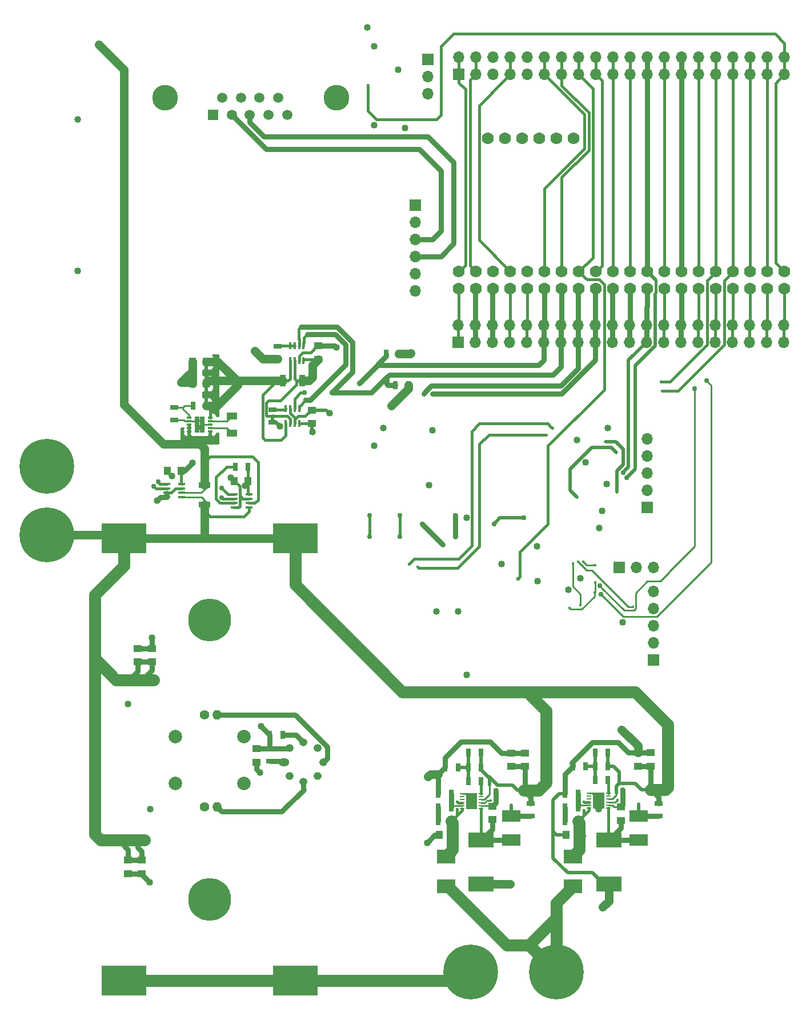
<source format=gbr>
G04 #@! TF.FileFunction,Copper,L4,Bot,Signal*
%FSLAX46Y46*%
G04 Gerber Fmt 4.6, Leading zero omitted, Abs format (unit mm)*
G04 Created by KiCad (PCBNEW 4.0.6) date 09/10/17 19:14:27*
%MOMM*%
%LPD*%
G01*
G04 APERTURE LIST*
%ADD10C,0.100000*%
%ADD11R,1.700000X1.700000*%
%ADD12O,1.700000X1.700000*%
%ADD13R,6.600000X4.500000*%
%ADD14C,6.350000*%
%ADD15R,1.000000X1.250000*%
%ADD16R,1.250000X1.000000*%
%ADD17R,2.743000X2.159000*%
%ADD18R,3.790000X2.250000*%
%ADD19R,0.800000X0.600000*%
%ADD20C,3.810000*%
%ADD21R,1.520000X1.520000*%
%ADD22C,1.520000*%
%ADD23C,8.100000*%
%ADD24R,2.794000X1.778000*%
%ADD25R,1.500000X1.000000*%
%ADD26C,1.778000*%
%ADD27R,0.700000X1.300000*%
%ADD28R,1.300000X0.700000*%
%ADD29R,0.900000X1.700000*%
%ADD30R,1.700000X0.900000*%
%ADD31C,1.998980*%
%ADD32R,1.060000X0.400000*%
%ADD33R,0.400000X1.060000*%
%ADD34C,1.400000*%
%ADD35O,1.400000X1.400000*%
%ADD36R,0.700000X0.250000*%
%ADD37R,0.830000X1.190000*%
%ADD38R,0.650000X0.300000*%
%ADD39R,0.775000X1.240000*%
%ADD40O,1.600000X1.200000*%
%ADD41O,1.200000X1.200000*%
%ADD42C,1.016000*%
%ADD43C,0.762000*%
%ADD44C,0.381000*%
%ADD45C,0.600000*%
%ADD46C,0.762000*%
%ADD47C,1.778000*%
%ADD48C,0.508000*%
%ADD49C,0.254000*%
%ADD50C,1.270000*%
%ADD51C,0.381000*%
G04 APERTURE END LIST*
D10*
D11*
X73660000Y-43180000D03*
D12*
X73660000Y-45720000D03*
X73660000Y-48260000D03*
X73660000Y-50800000D03*
X73660000Y-53340000D03*
X73660000Y-55880000D03*
D13*
X30480000Y-92583000D03*
X55880000Y-92583000D03*
X30480000Y-158115000D03*
X55880000Y-158115000D03*
D14*
X43180000Y-104648000D03*
X43180000Y-146050000D03*
D15*
X38989000Y-82556108D03*
X36989000Y-82556108D03*
D16*
X58381388Y-75541820D03*
X58381388Y-73541820D03*
D15*
X48895000Y-84080108D03*
X46895000Y-84080108D03*
D16*
X59270388Y-66032820D03*
X59270388Y-64032820D03*
D15*
X98012000Y-136525000D03*
X96012000Y-136525000D03*
D16*
X104140000Y-132334000D03*
X104140000Y-134334000D03*
D15*
X79216000Y-136525000D03*
X77216000Y-136525000D03*
D16*
X85090000Y-132239000D03*
X85090000Y-134239000D03*
X106680000Y-126333000D03*
X106680000Y-124333000D03*
X87884000Y-126365000D03*
X87884000Y-124365000D03*
X108585000Y-126333000D03*
X108585000Y-124333000D03*
X89916000Y-126365000D03*
X89916000Y-124365000D03*
D15*
X42664833Y-66404513D03*
X40664833Y-66404513D03*
X42696833Y-69579513D03*
X40696833Y-69579513D03*
D16*
X50165000Y-125698000D03*
X50165000Y-123698000D03*
X31089296Y-140208000D03*
X31089296Y-142208000D03*
X32512000Y-110871000D03*
X32512000Y-108871000D03*
X33121296Y-140208000D03*
X33121296Y-142208000D03*
X34653000Y-110844999D03*
X34653000Y-108844999D03*
D17*
X97028000Y-139700000D03*
X97028000Y-144120000D03*
D18*
X102362000Y-137287000D03*
X102362000Y-143787000D03*
D19*
X104394000Y-129794000D03*
X108594000Y-129794000D03*
D17*
X78232000Y-139700000D03*
X78232000Y-144120000D03*
D18*
X83439000Y-137287000D03*
X83439000Y-143787000D03*
D19*
X85598000Y-129921000D03*
X89798000Y-129921000D03*
D11*
X75565000Y-21590000D03*
D12*
X75565000Y-24130000D03*
X75565000Y-26670000D03*
D11*
X80166160Y-23806452D03*
D12*
X80166160Y-21266452D03*
X82706160Y-23806452D03*
X82706160Y-21266452D03*
X85246160Y-23806452D03*
X85246160Y-21266452D03*
X87786160Y-23806452D03*
X87786160Y-21266452D03*
X90326160Y-23806452D03*
X90326160Y-21266452D03*
X92866160Y-23806452D03*
X92866160Y-21266452D03*
X95406160Y-23806452D03*
X95406160Y-21266452D03*
X97946160Y-23806452D03*
X97946160Y-21266452D03*
X100486160Y-23806452D03*
X100486160Y-21266452D03*
X103026160Y-23806452D03*
X103026160Y-21266452D03*
X105566160Y-23806452D03*
X105566160Y-21266452D03*
X108106160Y-23806452D03*
X108106160Y-21266452D03*
X110646160Y-23806452D03*
X110646160Y-21266452D03*
X113186160Y-23806452D03*
X113186160Y-21266452D03*
X115726160Y-23806452D03*
X115726160Y-21266452D03*
X118266160Y-23806452D03*
X118266160Y-21266452D03*
X120806160Y-23806452D03*
X120806160Y-21266452D03*
X123346160Y-23806452D03*
X123346160Y-21266452D03*
X125886160Y-23806452D03*
X125886160Y-21266452D03*
X128426160Y-23806452D03*
X128426160Y-21266452D03*
D11*
X80010000Y-63500000D03*
D12*
X80010000Y-60960000D03*
X82550000Y-63500000D03*
X82550000Y-60960000D03*
X85090000Y-63500000D03*
X85090000Y-60960000D03*
X87630000Y-63500000D03*
X87630000Y-60960000D03*
X90170000Y-63500000D03*
X90170000Y-60960000D03*
X92710000Y-63500000D03*
X92710000Y-60960000D03*
X95250000Y-63500000D03*
X95250000Y-60960000D03*
X97790000Y-63500000D03*
X97790000Y-60960000D03*
X100330000Y-63500000D03*
X100330000Y-60960000D03*
X102870000Y-63500000D03*
X102870000Y-60960000D03*
X105410000Y-63500000D03*
X105410000Y-60960000D03*
X107950000Y-63500000D03*
X107950000Y-60960000D03*
X110490000Y-63500000D03*
X110490000Y-60960000D03*
X113030000Y-63500000D03*
X113030000Y-60960000D03*
X115570000Y-63500000D03*
X115570000Y-60960000D03*
X118110000Y-63500000D03*
X118110000Y-60960000D03*
X120650000Y-63500000D03*
X120650000Y-60960000D03*
X123190000Y-63500000D03*
X123190000Y-60960000D03*
X125730000Y-63500000D03*
X125730000Y-60960000D03*
X128270000Y-63500000D03*
X128270000Y-60960000D03*
D20*
X61980000Y-27305000D03*
X36580000Y-27305000D03*
D21*
X43690000Y-29845000D03*
D22*
X46480000Y-29845000D03*
X49150000Y-29845000D03*
X51950000Y-29845000D03*
X54740000Y-29845000D03*
X45090000Y-27305000D03*
X47880000Y-27305000D03*
X50550000Y-27305000D03*
X53340000Y-27305000D03*
D23*
X94615000Y-156845000D03*
X81915000Y-156845000D03*
D11*
X103886000Y-96901000D03*
D12*
X106426000Y-96901000D03*
X108966000Y-96901000D03*
D11*
X108966000Y-110617000D03*
D12*
X108966000Y-108077000D03*
X108966000Y-105537000D03*
X108966000Y-102997000D03*
X108966000Y-100457000D03*
D23*
X19050000Y-92075000D03*
X19050000Y-81915000D03*
D24*
X106807000Y-137287000D03*
X106807000Y-133731000D03*
X87884000Y-137287000D03*
X87884000Y-133731000D03*
D25*
X46506833Y-76945513D03*
X46506833Y-74445513D03*
D26*
X80166160Y-53016452D03*
X80166160Y-55556452D03*
X82706160Y-53016452D03*
X82706160Y-55556452D03*
X85246160Y-53016452D03*
X85246160Y-55556452D03*
X87786160Y-53016452D03*
X87786160Y-55556452D03*
X90326160Y-53016452D03*
X90326160Y-55556452D03*
X92866160Y-53016452D03*
X92866160Y-55556452D03*
X95406160Y-53016452D03*
X95406160Y-55556452D03*
X97946160Y-53016452D03*
X97946160Y-55556452D03*
X100486160Y-53016452D03*
X100486160Y-55556452D03*
X103026160Y-53016452D03*
X103026160Y-55556452D03*
X105566160Y-53016452D03*
X105566160Y-55556452D03*
X108106160Y-53016452D03*
X108106160Y-55556452D03*
X110646160Y-53016452D03*
X110646160Y-55556452D03*
X113186160Y-53016452D03*
X113186160Y-55556452D03*
X115726160Y-53016452D03*
X115726160Y-55556452D03*
X118266160Y-53016452D03*
X118266160Y-55556452D03*
X120806160Y-53016452D03*
X120806160Y-55556452D03*
X123346160Y-53016452D03*
X123346160Y-55556452D03*
X125886160Y-53016452D03*
X125886160Y-55556452D03*
X128426160Y-53016452D03*
X128426160Y-55556452D03*
X84476160Y-33236452D03*
X87016160Y-33236452D03*
X89556160Y-33236452D03*
X92096160Y-33236452D03*
X94636160Y-33236452D03*
X97176160Y-33236452D03*
D27*
X71242000Y-65209538D03*
X69342000Y-65209538D03*
X72639000Y-69850000D03*
X70739000Y-69850000D03*
D28*
X52539388Y-73464820D03*
X52539388Y-75364820D03*
D29*
X54010388Y-69207820D03*
X56910388Y-69207820D03*
D30*
X42418000Y-87562108D03*
X42418000Y-84662108D03*
D27*
X46995000Y-81921108D03*
X48895000Y-81921108D03*
D28*
X53301388Y-64066820D03*
X53301388Y-65966820D03*
D27*
X97790000Y-134493000D03*
X95890000Y-134493000D03*
X95885000Y-132461000D03*
X97785000Y-132461000D03*
X97785000Y-130429000D03*
X95885000Y-130429000D03*
X100330000Y-128397000D03*
X102230000Y-128397000D03*
X97033000Y-126365000D03*
X98933000Y-126365000D03*
X102235000Y-126365000D03*
X100335000Y-126365000D03*
X102235000Y-124333000D03*
X100335000Y-124333000D03*
D28*
X109728000Y-131831000D03*
X109728000Y-133731000D03*
D27*
X78994000Y-134493000D03*
X77094000Y-134493000D03*
X77089000Y-132461000D03*
X78989000Y-132461000D03*
X78989000Y-130429000D03*
X77089000Y-130429000D03*
X81534000Y-128524000D03*
X83434000Y-128524000D03*
X78110000Y-126492000D03*
X80010000Y-126492000D03*
X83439000Y-126492000D03*
X81539000Y-126492000D03*
X83439000Y-124333000D03*
X81539000Y-124333000D03*
D28*
X90805000Y-131826000D03*
X90805000Y-133726000D03*
D27*
X42691833Y-72881513D03*
X40791833Y-72881513D03*
D28*
X37997833Y-73140513D03*
X37997833Y-75040513D03*
X52197000Y-123698000D03*
X52197000Y-125598000D03*
D27*
X52136000Y-121666000D03*
X54036000Y-121666000D03*
D31*
X48260000Y-128905000D03*
X38100000Y-128905000D03*
X48260000Y-121920000D03*
X38100000Y-121920000D03*
D32*
X36873000Y-86457108D03*
X36873000Y-85807108D03*
X36873000Y-85147108D03*
X36873000Y-84497108D03*
X39073000Y-84497108D03*
X39073000Y-85147108D03*
X39073000Y-85807108D03*
X39073000Y-86457108D03*
D33*
X54516388Y-73357820D03*
X55166388Y-73357820D03*
X55826388Y-73357820D03*
X56476388Y-73357820D03*
X56476388Y-75557820D03*
X55826388Y-75557820D03*
X55166388Y-75557820D03*
X54516388Y-75557820D03*
D32*
X46822000Y-87981108D03*
X46822000Y-87331108D03*
X46822000Y-86671108D03*
X46822000Y-86021108D03*
X49022000Y-86021108D03*
X49022000Y-86671108D03*
X49022000Y-87331108D03*
X49022000Y-87981108D03*
D33*
X55161388Y-63969867D03*
X55811388Y-63969867D03*
X56471388Y-63969867D03*
X57121388Y-63969867D03*
X57121388Y-66169867D03*
X56471388Y-66169867D03*
X55811388Y-66169867D03*
X55161388Y-66169867D03*
D34*
X42418000Y-132334000D03*
D35*
X44318000Y-132334000D03*
D34*
X42418000Y-118745000D03*
D35*
X44318000Y-118745000D03*
D36*
X99472000Y-132530000D03*
X99472000Y-132080000D03*
X99472000Y-131630000D03*
X99472000Y-131180000D03*
X99472000Y-130730000D03*
X99472000Y-130280000D03*
X102272000Y-130280000D03*
X102272000Y-130730000D03*
X102272000Y-131180000D03*
X102272000Y-131630000D03*
X102272000Y-132080000D03*
X102272000Y-132530000D03*
D37*
X101287000Y-130810000D03*
X101287000Y-132000000D03*
X100457000Y-130810000D03*
X100457000Y-132000000D03*
D36*
X80642000Y-132610000D03*
X80642000Y-132160000D03*
X80642000Y-131710000D03*
X80642000Y-131260000D03*
X80642000Y-130810000D03*
X80642000Y-130360000D03*
X83442000Y-130360000D03*
X83442000Y-130810000D03*
X83442000Y-131260000D03*
X83442000Y-131710000D03*
X83442000Y-132160000D03*
X83442000Y-132610000D03*
D37*
X82457000Y-130890000D03*
X82457000Y-132080000D03*
X81627000Y-130890000D03*
X81627000Y-132080000D03*
D38*
X43256833Y-74691513D03*
X43256833Y-75191513D03*
X43256833Y-75691513D03*
X43256833Y-76191513D03*
X43256833Y-76691513D03*
X40156833Y-76691513D03*
X40156833Y-76191513D03*
X40156833Y-75691513D03*
X40156833Y-75191513D03*
X40156833Y-74691513D03*
D39*
X41319333Y-76311513D03*
X41319333Y-75071513D03*
X42094333Y-76311513D03*
X42094333Y-75071513D03*
D40*
X54197248Y-125697248D03*
D41*
X55052496Y-127762000D03*
X57117248Y-128617248D03*
X59182000Y-127762000D03*
X60037248Y-125697248D03*
X59182000Y-123632496D03*
X57117248Y-122777248D03*
X55052496Y-123632496D03*
D11*
X108077000Y-88011000D03*
D12*
X108077000Y-85471000D03*
X108077000Y-82931000D03*
X108077000Y-80391000D03*
X108077000Y-77851000D03*
D42*
X34925000Y-113538000D03*
X32258000Y-113538000D03*
X30861000Y-137287000D03*
X33528000Y-137287000D03*
X75692000Y-84709000D03*
X23622000Y-52959000D03*
X23622000Y-30480000D03*
X37592000Y-83312000D03*
X100838000Y-132715000D03*
X61976000Y-64262000D03*
X46355000Y-83566000D03*
X60960000Y-74041000D03*
X66548000Y-16891000D03*
X71120000Y-23114000D03*
X72136000Y-31750000D03*
X104267000Y-120904000D03*
X75565000Y-127889000D03*
D43*
X82457000Y-132080000D03*
X81627000Y-130890000D03*
D42*
X96419500Y-100176500D03*
X98144500Y-98451500D03*
X80010000Y-103378000D03*
X76835000Y-103378000D03*
X100965000Y-91059000D03*
X102074000Y-84501500D03*
X98886500Y-81314000D03*
X97663000Y-77978000D03*
X68961000Y-76200000D03*
D43*
X42094333Y-75071513D03*
X41319333Y-76311513D03*
D42*
X35433000Y-86995000D03*
X34290000Y-143510000D03*
X34671000Y-107315000D03*
X31115000Y-117094000D03*
X50673000Y-127254000D03*
X34417000Y-132715000D03*
X101473000Y-147193000D03*
X87757000Y-143764000D03*
X75438000Y-137668000D03*
X38989000Y-69469000D03*
X81280000Y-89535000D03*
X58420000Y-76835000D03*
X53594000Y-75946000D03*
X67564000Y-19685000D03*
X67564000Y-31369000D03*
X91694000Y-93726000D03*
X86487000Y-96393000D03*
X104394000Y-105029000D03*
X91821000Y-98933000D03*
X81280000Y-112776000D03*
X101346000Y-88519000D03*
X102235000Y-76200000D03*
X76200000Y-76581000D03*
X67564000Y-78867000D03*
X70104000Y-72898000D03*
X73025000Y-65151000D03*
X49911000Y-64770000D03*
X58420000Y-68707000D03*
X48485624Y-84730467D03*
X40640000Y-81407000D03*
X50800000Y-120396000D03*
D44*
X98679000Y-132842000D03*
X98679000Y-131572000D03*
X79883000Y-132715000D03*
X79883000Y-131572000D03*
D43*
X105029000Y-83566000D03*
X116840000Y-69215000D03*
X101219000Y-100838000D03*
D44*
X110109000Y-69342000D03*
X93980000Y-76200000D03*
X72771000Y-96393000D03*
X110236000Y-70739000D03*
X93091000Y-77216000D03*
X74041000Y-96774000D03*
X66675000Y-25400000D03*
D43*
X79629000Y-92316252D03*
X65405000Y-69596000D03*
X44958000Y-85090000D03*
X35560000Y-84201000D03*
X57422515Y-72058943D03*
X66929000Y-92316252D03*
X66929000Y-89141252D03*
X71374000Y-92316252D03*
X71374000Y-89141252D03*
X79629000Y-89141252D03*
X85344000Y-90411252D03*
X89789000Y-89535000D03*
X74676000Y-90424000D03*
X77724000Y-93472000D03*
X67183000Y-70993000D03*
X61341000Y-70993000D03*
X34925000Y-84836000D03*
X57238388Y-70985820D03*
X44958000Y-86493108D03*
X104504422Y-82770843D03*
X101037612Y-99570958D03*
X115062000Y-70358000D03*
D44*
X97790000Y-96012000D03*
X105918000Y-102743000D03*
X98552000Y-96012000D03*
X100330000Y-96520000D03*
X106807000Y-131953000D03*
X103632000Y-131318000D03*
X87884000Y-132080000D03*
X84836000Y-131421498D03*
X101854000Y-78232000D03*
X104521000Y-81661000D03*
X103601000Y-85725000D03*
X97663000Y-86487000D03*
X99822000Y-79121000D03*
X103505000Y-79883000D03*
D42*
X30480000Y-63500000D03*
X30480000Y-41783000D03*
X26797000Y-19431000D03*
D44*
X97028000Y-96266000D03*
X98171000Y-102489000D03*
X100280053Y-100593989D03*
X100330000Y-99060000D03*
X96520000Y-102870000D03*
D45*
X74930000Y-71120000D03*
X76200000Y-71120000D03*
X88900000Y-98552000D03*
D46*
X31089296Y-140208000D02*
X33121296Y-140208000D01*
X33121296Y-140208000D02*
X33121296Y-138946000D01*
X33121296Y-138946000D02*
X32512000Y-138336704D01*
X32512000Y-138336704D02*
X32512000Y-137287000D01*
D47*
X27051000Y-137287000D02*
X29718000Y-137287000D01*
X29718000Y-137287000D02*
X30861000Y-137287000D01*
D46*
X31089296Y-140208000D02*
X31089296Y-138658296D01*
X31089296Y-138658296D02*
X29718000Y-137287000D01*
X32512000Y-110871000D02*
X34626999Y-110871000D01*
X34626999Y-110871000D02*
X34653000Y-110844999D01*
D47*
X32258000Y-113538000D02*
X33528000Y-113538000D01*
X33528000Y-113538000D02*
X34925000Y-113538000D01*
D46*
X34653000Y-110844999D02*
X34653000Y-112106999D01*
X34653000Y-112106999D02*
X33528000Y-113231999D01*
X33528000Y-113231999D02*
X33528000Y-113538000D01*
D47*
X29337000Y-113538000D02*
X31242000Y-113538000D01*
X31242000Y-113538000D02*
X32258000Y-113538000D01*
D46*
X32512000Y-110871000D02*
X32512000Y-112268000D01*
X32512000Y-112268000D02*
X31242000Y-113538000D01*
D47*
X26162000Y-110363000D02*
X29337000Y-113538000D01*
X26162000Y-109220000D02*
X26162000Y-135763000D01*
X26162000Y-100929000D02*
X26162000Y-109220000D01*
X26162000Y-109220000D02*
X26162000Y-110363000D01*
X30861000Y-137287000D02*
X32512000Y-137287000D01*
X32512000Y-137287000D02*
X33528000Y-137287000D01*
X26162000Y-136398000D02*
X27051000Y-137287000D01*
X26162000Y-135763000D02*
X26162000Y-136398000D01*
X30480000Y-92583000D02*
X30480000Y-96611000D01*
X30480000Y-96611000D02*
X26162000Y-100929000D01*
X106299000Y-115316000D02*
X90297000Y-115316000D01*
X90297000Y-115316000D02*
X71755000Y-115316000D01*
X93091000Y-118110000D02*
X90297000Y-115316000D01*
X108594000Y-129794000D02*
X110772000Y-129794000D01*
X110772000Y-129794000D02*
X111125000Y-129441000D01*
X111125000Y-129441000D02*
X111125000Y-120142000D01*
X71755000Y-115316000D02*
X55880000Y-99441000D01*
X111125000Y-120142000D02*
X106299000Y-115316000D01*
X55880000Y-99441000D02*
X55880000Y-92583000D01*
X93091000Y-128806000D02*
X93091000Y-118110000D01*
X89798000Y-129921000D02*
X91976000Y-129921000D01*
X91976000Y-129921000D02*
X93091000Y-128806000D01*
D46*
X89916000Y-126365000D02*
X89916000Y-129803000D01*
X89916000Y-129803000D02*
X89798000Y-129921000D01*
X87884000Y-126365000D02*
X89916000Y-126365000D01*
D48*
X89798000Y-129921000D02*
X88890000Y-129921000D01*
X88890000Y-129921000D02*
X88128000Y-129159000D01*
X88128000Y-129159000D02*
X85852000Y-129159000D01*
X85852000Y-129159000D02*
X84582000Y-127889000D01*
X83439000Y-126492000D02*
X83439000Y-126792000D01*
X83439000Y-126792000D02*
X84709000Y-128062000D01*
X84709000Y-128062000D02*
X84709000Y-129159000D01*
X83439000Y-124333000D02*
X83439000Y-126492000D01*
D49*
X84709000Y-129159000D02*
X84709000Y-130475202D01*
X84709000Y-130475202D02*
X83924202Y-131260000D01*
X83924202Y-131260000D02*
X83442000Y-131260000D01*
D46*
X90805000Y-131826000D02*
X90805000Y-130928000D01*
X90805000Y-130928000D02*
X89798000Y-129921000D01*
X108585000Y-126333000D02*
X106680000Y-126333000D01*
X108594000Y-129794000D02*
X108594000Y-126342000D01*
X108594000Y-126342000D02*
X108585000Y-126333000D01*
D48*
X102235000Y-126365000D02*
X103093000Y-126365000D01*
X103093000Y-126365000D02*
X103897198Y-127169198D01*
X103897198Y-127169198D02*
X103897198Y-128905000D01*
X102235000Y-126365000D02*
X102235000Y-124333000D01*
X106299000Y-128905000D02*
X107188000Y-129794000D01*
X107188000Y-129794000D02*
X108594000Y-129794000D01*
X103897198Y-128905000D02*
X106299000Y-128905000D01*
X103505000Y-130302000D02*
X103505000Y-129297198D01*
X103505000Y-129297198D02*
X103897198Y-128905000D01*
D49*
X103505000Y-130551000D02*
X103505000Y-130302000D01*
X102272000Y-131180000D02*
X102876000Y-131180000D01*
X102876000Y-131180000D02*
X103505000Y-130551000D01*
D46*
X109728000Y-131831000D02*
X109728000Y-130928000D01*
X109728000Y-130928000D02*
X108594000Y-129794000D01*
D50*
X30480000Y-92583000D02*
X42418000Y-92583000D01*
X42418000Y-92583000D02*
X55880000Y-92583000D01*
X42418000Y-87562108D02*
X42418000Y-89282108D01*
X42418000Y-89282108D02*
X42418000Y-92583000D01*
D51*
X49022000Y-87981108D02*
X49022000Y-88562108D01*
X49022000Y-88562108D02*
X48297000Y-89287108D01*
X48297000Y-89287108D02*
X43307000Y-89287108D01*
X43307000Y-89287108D02*
X42418000Y-88398108D01*
X42418000Y-88398108D02*
X42418000Y-87562108D01*
D49*
X39073000Y-86457108D02*
X42017000Y-86457108D01*
X42017000Y-86457108D02*
X42418000Y-86858108D01*
X42418000Y-86858108D02*
X42418000Y-87562108D01*
D50*
X19050000Y-92075000D02*
X29972000Y-92075000D01*
X29972000Y-92075000D02*
X30480000Y-92583000D01*
D46*
X81627000Y-132080000D02*
X81627000Y-130890000D01*
X82457000Y-132080000D02*
X81627000Y-132080000D01*
X82457000Y-130890000D02*
X82457000Y-132080000D01*
X81627000Y-130890000D02*
X82457000Y-130890000D01*
D51*
X36989000Y-82556108D02*
X36989000Y-82709000D01*
X36989000Y-82709000D02*
X37592000Y-83312000D01*
X100457000Y-132000000D02*
X100457000Y-132334000D01*
X100457000Y-132334000D02*
X100838000Y-132715000D01*
X101287000Y-130810000D02*
X100457000Y-130810000D01*
X101287000Y-132000000D02*
X101287000Y-130810000D01*
X100457000Y-132000000D02*
X101287000Y-132000000D01*
X100457000Y-132000000D02*
X100457000Y-130810000D01*
X39073000Y-85147108D02*
X38162000Y-85147108D01*
X38162000Y-85147108D02*
X37502000Y-85807108D01*
X37502000Y-85807108D02*
X36873000Y-85807108D01*
D46*
X59270388Y-64032820D02*
X61746820Y-64032820D01*
X61746820Y-64032820D02*
X61976000Y-64262000D01*
D49*
X46895000Y-84080108D02*
X46869108Y-84080108D01*
X46869108Y-84080108D02*
X46355000Y-83566000D01*
X43256833Y-75691513D02*
X41939333Y-75691513D01*
X41939333Y-75691513D02*
X41319333Y-76311513D01*
D48*
X58381388Y-73541820D02*
X60460820Y-73541820D01*
X60460820Y-73541820D02*
X60960000Y-74041000D01*
D50*
X106680000Y-124333000D02*
X106680000Y-123317000D01*
X106680000Y-123317000D02*
X104267000Y-120904000D01*
X77089000Y-127513000D02*
X75941000Y-127513000D01*
X75941000Y-127513000D02*
X75565000Y-127889000D01*
D51*
X47669501Y-87785109D02*
X47669501Y-85979000D01*
X47669501Y-85979000D02*
X47669501Y-84854609D01*
X48111000Y-86671108D02*
X47669501Y-86229609D01*
X49022000Y-86671108D02*
X48111000Y-86671108D01*
X47669501Y-86229609D02*
X47669501Y-85979000D01*
X46822000Y-87981108D02*
X47473502Y-87981108D01*
X47473502Y-87981108D02*
X47669501Y-87785109D01*
X47669501Y-84854609D02*
X46895000Y-84080108D01*
D46*
X36873000Y-86457108D02*
X35970892Y-86457108D01*
X35970892Y-86457108D02*
X35433000Y-86995000D01*
X33121296Y-142208000D02*
X33121296Y-142341296D01*
X33121296Y-142341296D02*
X34290000Y-143510000D01*
X34653000Y-108844999D02*
X34653000Y-107333000D01*
X34653000Y-107333000D02*
X34671000Y-107315000D01*
X50165000Y-125698000D02*
X50165000Y-126746000D01*
X50165000Y-126746000D02*
X50673000Y-127254000D01*
D50*
X102362000Y-143787000D02*
X102362000Y-146304000D01*
X102362000Y-146304000D02*
X101473000Y-147193000D01*
X83439000Y-143787000D02*
X87734000Y-143787000D01*
X87734000Y-143787000D02*
X87757000Y-143764000D01*
D46*
X77216000Y-136525000D02*
X76581000Y-136525000D01*
X76581000Y-136525000D02*
X75438000Y-137668000D01*
X31089296Y-142208000D02*
X33121296Y-142208000D01*
X32512000Y-108871000D02*
X34626999Y-108871000D01*
X34626999Y-108871000D02*
X34653000Y-108844999D01*
D48*
X94107000Y-136017000D02*
X94107000Y-139915802D01*
X94107000Y-139915802D02*
X96304198Y-142113000D01*
X96304198Y-142113000D02*
X99918000Y-142113000D01*
X99918000Y-142113000D02*
X101592000Y-143787000D01*
X101592000Y-143787000D02*
X102362000Y-143787000D01*
X95885000Y-130429000D02*
X95027000Y-130429000D01*
X94107000Y-131349000D02*
X94107000Y-136017000D01*
X95027000Y-130429000D02*
X94107000Y-131349000D01*
X94107000Y-136017000D02*
X94615000Y-136525000D01*
X94615000Y-136525000D02*
X96012000Y-136525000D01*
D47*
X55880000Y-158115000D02*
X80645000Y-158115000D01*
X80645000Y-158115000D02*
X81915000Y-156845000D01*
X30480000Y-158115000D02*
X55880000Y-158115000D01*
D46*
X87884000Y-124365000D02*
X86497000Y-124365000D01*
X78110000Y-125080000D02*
X78110000Y-126492000D01*
X86497000Y-124365000D02*
X84814000Y-122682000D01*
X84814000Y-122682000D02*
X80508000Y-122682000D01*
X80508000Y-122682000D02*
X78110000Y-125080000D01*
X89916000Y-124365000D02*
X87884000Y-124365000D01*
X77089000Y-130429000D02*
X77089000Y-127513000D01*
X77089000Y-127513000D02*
X78110000Y-126492000D01*
D49*
X80642000Y-130360000D02*
X81097000Y-130360000D01*
X81097000Y-130360000D02*
X81627000Y-130890000D01*
D46*
X106680000Y-124333000D02*
X105293000Y-124333000D01*
X96901000Y-125933000D02*
X97033000Y-126065000D01*
X105293000Y-124333000D02*
X103769000Y-122809000D01*
X103769000Y-122809000D02*
X99949000Y-122809000D01*
X99949000Y-122809000D02*
X96901000Y-125857000D01*
X96901000Y-125857000D02*
X96901000Y-125933000D01*
X97033000Y-126065000D02*
X97033000Y-126365000D01*
X108585000Y-124333000D02*
X106680000Y-124333000D01*
X97028000Y-126365000D02*
X95885000Y-127508000D01*
X95885000Y-127508000D02*
X95885000Y-130429000D01*
X97033000Y-126365000D02*
X97028000Y-126365000D01*
D49*
X99472000Y-130280000D02*
X99927000Y-130280000D01*
X99927000Y-130280000D02*
X100457000Y-130810000D01*
D51*
X55826388Y-74646820D02*
X55826388Y-75557820D01*
X55166388Y-73986820D02*
X55826388Y-74646820D01*
X55166388Y-73357820D02*
X55166388Y-73986820D01*
X55826388Y-75557820D02*
X55826388Y-74906318D01*
X55826388Y-74906318D02*
X56317886Y-74414820D01*
X56317886Y-74414820D02*
X57383388Y-74414820D01*
X57383388Y-74414820D02*
X58256388Y-73541820D01*
X58256388Y-73541820D02*
X58381388Y-73541820D01*
X56471388Y-66169867D02*
X56471388Y-65518365D01*
X56471388Y-65518365D02*
X56972933Y-65016820D01*
X56972933Y-65016820D02*
X58161388Y-65016820D01*
X58161388Y-65016820D02*
X59145388Y-64032820D01*
X59145388Y-64032820D02*
X59270388Y-64032820D01*
D50*
X39496999Y-68961001D02*
X38989000Y-69469000D01*
X40586320Y-69469000D02*
X39707420Y-69469000D01*
X40696833Y-69579513D02*
X40586320Y-69469000D01*
X40664833Y-67166513D02*
X40664833Y-67793167D01*
X39707420Y-69469000D02*
X38989000Y-69469000D01*
X40664833Y-67793167D02*
X39496999Y-68961001D01*
D46*
X36873000Y-86457108D02*
X36873000Y-85855109D01*
D50*
X40664833Y-67166513D02*
X40664833Y-69547513D01*
X40664833Y-66404513D02*
X40664833Y-67166513D01*
X40664833Y-69547513D02*
X40696833Y-69579513D01*
D49*
X37997833Y-75040513D02*
X39426833Y-75040513D01*
X39426833Y-75040513D02*
X39577833Y-75191513D01*
X39577833Y-75191513D02*
X40156833Y-75191513D01*
X40156833Y-75191513D02*
X41073333Y-75191513D01*
X41073333Y-75191513D02*
X41319333Y-75437513D01*
X41319333Y-75437513D02*
X41319333Y-76311513D01*
X41319333Y-75071513D02*
X41199333Y-75191513D01*
X41199333Y-75191513D02*
X40156833Y-75191513D01*
X41319333Y-75071513D02*
X42094333Y-75071513D01*
X41319333Y-76311513D02*
X41319333Y-75071513D01*
X42094333Y-76311513D02*
X41319333Y-76311513D01*
X42094333Y-75071513D02*
X42094333Y-76311513D01*
D48*
X58381388Y-75541820D02*
X58381388Y-76796388D01*
X58381388Y-76796388D02*
X58420000Y-76835000D01*
X52539388Y-75364820D02*
X53012820Y-75364820D01*
X53012820Y-75364820D02*
X53594000Y-75946000D01*
D51*
X54698388Y-74414820D02*
X52578000Y-74414820D01*
X52578000Y-74414820D02*
X51650388Y-74414820D01*
D48*
X52539388Y-75364820D02*
X52539388Y-74506820D01*
X52539388Y-74506820D02*
X52578000Y-74468208D01*
X52578000Y-74468208D02*
X52578000Y-74414820D01*
D50*
X72639000Y-69850000D02*
X72639000Y-70363000D01*
X72639000Y-70363000D02*
X70104000Y-72898000D01*
X71242000Y-65209538D02*
X72966462Y-65209538D01*
X72966462Y-65209538D02*
X73025000Y-65151000D01*
X53301388Y-65966820D02*
X51107820Y-65966820D01*
X51107820Y-65966820D02*
X49911000Y-64770000D01*
X58420000Y-68707000D02*
X58420000Y-66883208D01*
X58420000Y-66883208D02*
X59270388Y-66032820D01*
X56910388Y-69207820D02*
X57919180Y-69207820D01*
X57919180Y-69207820D02*
X58420000Y-68707000D01*
D46*
X48895000Y-84080108D02*
X48993623Y-84178731D01*
X48993623Y-84178731D02*
X48993623Y-84222468D01*
X48993623Y-84222468D02*
X48485624Y-84730467D01*
X38989000Y-82556108D02*
X39490892Y-82556108D01*
X39490892Y-82556108D02*
X40640000Y-81407000D01*
X52136000Y-121666000D02*
X52070000Y-121666000D01*
X52070000Y-121666000D02*
X50800000Y-120396000D01*
X50165000Y-123698000D02*
X52197000Y-123698000D01*
X52136000Y-121666000D02*
X52136000Y-123637000D01*
X52136000Y-123637000D02*
X52197000Y-123698000D01*
X52197000Y-123698000D02*
X54986992Y-123698000D01*
X54986992Y-123698000D02*
X55052496Y-123632496D01*
D51*
X56079388Y-69731820D02*
X56079388Y-69207820D01*
X53682388Y-72128820D02*
X56079388Y-69731820D01*
X51904388Y-72128820D02*
X53682388Y-72128820D01*
X51571885Y-74336317D02*
X51571885Y-72461323D01*
X51650388Y-74414820D02*
X51571885Y-74336317D01*
X55166388Y-74882820D02*
X54698388Y-74414820D01*
X55166388Y-75557820D02*
X55166388Y-74882820D01*
X51571885Y-72461323D02*
X51904388Y-72128820D01*
X56079388Y-69207820D02*
X56910388Y-69207820D01*
X56476388Y-75557820D02*
X58365388Y-75557820D01*
X58365388Y-75557820D02*
X58381388Y-75541820D01*
X59270388Y-66032820D02*
X57258435Y-66032820D01*
X57258435Y-66032820D02*
X57121388Y-66169867D01*
X55811388Y-66169867D02*
X55811388Y-68939820D01*
X55811388Y-68939820D02*
X56079388Y-69207820D01*
X48895000Y-84080108D02*
X48895000Y-81921108D01*
X48895000Y-84080108D02*
X48895000Y-85894108D01*
X48895000Y-85894108D02*
X49022000Y-86021108D01*
X38989000Y-82556108D02*
X38989000Y-84413108D01*
X38989000Y-84413108D02*
X39073000Y-84497108D01*
X99472000Y-132811000D02*
X98679000Y-133604000D01*
X98679000Y-133604000D02*
X97790000Y-134493000D01*
X98679000Y-132842000D02*
X98679000Y-133604000D01*
X99472000Y-131630000D02*
X98737000Y-131630000D01*
X98737000Y-131630000D02*
X98679000Y-131572000D01*
X99472000Y-132530000D02*
X99472000Y-132811000D01*
D47*
X97028000Y-139700000D02*
X98012000Y-138716000D01*
X98012000Y-138716000D02*
X98012000Y-136525000D01*
X98012000Y-136525000D02*
X98012000Y-134715000D01*
X98012000Y-134715000D02*
X97790000Y-134493000D01*
X98044000Y-136557000D02*
X98012000Y-136525000D01*
D46*
X104394000Y-129794000D02*
X104394000Y-132080000D01*
X104394000Y-132080000D02*
X104140000Y-132334000D01*
D49*
X103130000Y-132334000D02*
X104140000Y-132334000D01*
X102272000Y-132080000D02*
X102876000Y-132080000D01*
X102876000Y-132080000D02*
X103130000Y-132334000D01*
D46*
X104140000Y-134334000D02*
X104140000Y-135509000D01*
X104140000Y-135509000D02*
X102362000Y-137287000D01*
X102362000Y-137287000D02*
X106807000Y-137287000D01*
D51*
X102272000Y-132530000D02*
X102272000Y-137197000D01*
X102272000Y-137197000D02*
X102362000Y-137287000D01*
X80642000Y-132845000D02*
X80010000Y-133477000D01*
X80010000Y-133477000D02*
X78994000Y-134493000D01*
X79883000Y-132715000D02*
X79883000Y-133350000D01*
X79883000Y-133350000D02*
X80010000Y-133477000D01*
X80642000Y-131710000D02*
X80021000Y-131710000D01*
X80021000Y-131710000D02*
X79883000Y-131572000D01*
X80642000Y-132610000D02*
X80642000Y-132845000D01*
D47*
X79216000Y-136525000D02*
X79216000Y-134715000D01*
X79216000Y-134715000D02*
X78994000Y-134493000D01*
X78232000Y-139700000D02*
X79216000Y-138716000D01*
X79216000Y-138716000D02*
X79216000Y-136525000D01*
D46*
X85598000Y-129921000D02*
X85598000Y-131731000D01*
X85598000Y-131731000D02*
X85090000Y-132239000D01*
D49*
X85090000Y-132239000D02*
X85011000Y-132160000D01*
X85011000Y-132160000D02*
X83442000Y-132160000D01*
D46*
X85090000Y-134239000D02*
X85090000Y-135636000D01*
X85090000Y-135636000D02*
X83439000Y-137287000D01*
X83439000Y-137287000D02*
X87884000Y-137287000D01*
D51*
X83442000Y-132610000D02*
X83442000Y-137284000D01*
X83442000Y-137284000D02*
X83439000Y-137287000D01*
D50*
X42664833Y-66404513D02*
X44434833Y-66404513D01*
X44434833Y-66404513D02*
X47238140Y-69207820D01*
X47238140Y-69207820D02*
X47371000Y-69207820D01*
X54010388Y-69207820D02*
X47371000Y-69207820D01*
X47371000Y-69207820D02*
X43068526Y-69207820D01*
X42691833Y-72881513D02*
X44311833Y-72881513D01*
X47371000Y-69822346D02*
X47371000Y-69207820D01*
X44311833Y-72881513D02*
X47371000Y-69822346D01*
X43068526Y-69207820D02*
X42696833Y-69579513D01*
D51*
X53179388Y-69207820D02*
X54010388Y-69207820D01*
X51063874Y-71323334D02*
X53179388Y-69207820D01*
X51396388Y-77970820D02*
X51063874Y-77638305D01*
X51063874Y-77638305D02*
X51063874Y-71323334D01*
X53809388Y-77970820D02*
X51396388Y-77970820D01*
X54516388Y-77263820D02*
X53809388Y-77970820D01*
X54516388Y-75557820D02*
X54516388Y-77263820D01*
X55161388Y-66169867D02*
X55161388Y-68887820D01*
X55161388Y-68887820D02*
X54841388Y-69207820D01*
X54841388Y-69207820D02*
X54010388Y-69207820D01*
X42696833Y-69579513D02*
X42696833Y-66436513D01*
X42696833Y-66436513D02*
X42664833Y-66404513D01*
X42691833Y-72881513D02*
X42691833Y-69584513D01*
X42691833Y-69584513D02*
X42696833Y-69579513D01*
X43256833Y-74691513D02*
X43256833Y-73446513D01*
X43256833Y-73446513D02*
X42691833Y-72881513D01*
D47*
X94615000Y-146533000D02*
X94615000Y-148745002D01*
X94615000Y-148745002D02*
X90565001Y-152795001D01*
X94615000Y-156845000D02*
X94615000Y-146533000D01*
X94615000Y-146533000D02*
X97028000Y-144120000D01*
X94615000Y-156845000D02*
X90565001Y-152795001D01*
X90565001Y-152795001D02*
X87199001Y-152795001D01*
X87199001Y-152795001D02*
X78524000Y-144120000D01*
X78524000Y-144120000D02*
X78232000Y-144120000D01*
D51*
X80166160Y-21266452D02*
X80166160Y-23806452D01*
X80166160Y-53016452D02*
X81115661Y-52066951D01*
X81115661Y-52066951D02*
X81115661Y-25986953D01*
X81115661Y-25986953D02*
X80166160Y-25037452D01*
X80166160Y-25037452D02*
X80166160Y-23806452D01*
X81856161Y-24656451D02*
X82706160Y-23806452D01*
X81817161Y-24695451D02*
X81856161Y-24656451D01*
X81817161Y-52127453D02*
X81817161Y-24695451D01*
X82706160Y-53016452D02*
X81817161Y-52127453D01*
X82706160Y-23806452D02*
X82706160Y-21266452D01*
X87786160Y-23806452D02*
X87786160Y-21266452D01*
X83142659Y-28449953D02*
X86936161Y-24656451D01*
X86936161Y-24656451D02*
X87786160Y-23806452D01*
X87786160Y-53016452D02*
X83142659Y-48372951D01*
X83142659Y-48372951D02*
X83142659Y-28449953D01*
X98763661Y-29703953D02*
X93716159Y-24656451D01*
X92866160Y-53016452D02*
X92866160Y-40688411D01*
X92866160Y-40688411D02*
X98763661Y-34790910D01*
X93716159Y-24656451D02*
X92866160Y-23806452D01*
X98763661Y-34790910D02*
X98763661Y-29703953D01*
X92866160Y-23806452D02*
X92866160Y-21266452D01*
X100486160Y-23806452D02*
X100486160Y-21266452D01*
X100486160Y-53016452D02*
X101375159Y-52127453D01*
X101375159Y-52127453D02*
X101375159Y-24695451D01*
X101375159Y-24695451D02*
X101336159Y-24656451D01*
X101336159Y-24656451D02*
X100486160Y-23806452D01*
X103026160Y-23806452D02*
X103026160Y-21266452D01*
X103026160Y-53016452D02*
X103026160Y-23806452D01*
X105566160Y-23806452D02*
X105566160Y-53016452D01*
X105566160Y-21266452D02*
X105566160Y-23806452D01*
D48*
X105029000Y-83566000D02*
X106299000Y-82296000D01*
X106299000Y-82296000D02*
X106299000Y-66972882D01*
X106299000Y-66972882D02*
X109258999Y-64012883D01*
X108995159Y-53905451D02*
X108106160Y-53016452D01*
X109258999Y-64012883D02*
X109258999Y-56283215D01*
D51*
X109376160Y-56166054D02*
X109376160Y-54286452D01*
D48*
X109376160Y-54286452D02*
X108995159Y-53905451D01*
D51*
X109258999Y-56283215D02*
X109376160Y-56166054D01*
D46*
X108106160Y-23806452D02*
X108106160Y-21266452D01*
X108106160Y-53016452D02*
X108106160Y-23806452D01*
D51*
X110646160Y-23806452D02*
X110646160Y-53016452D01*
X110646160Y-21266452D02*
X110646160Y-23806452D01*
D49*
X117220999Y-69595999D02*
X116840000Y-69215000D01*
X117514010Y-69889010D02*
X117220999Y-69595999D01*
X101219000Y-100838000D02*
X104482001Y-104101001D01*
X109495921Y-104101001D02*
X117514010Y-96082912D01*
X117514010Y-96082912D02*
X117514010Y-69889010D01*
X104482001Y-104101001D02*
X109495921Y-104101001D01*
D46*
X113186160Y-23806452D02*
X113186160Y-21266452D01*
X113186160Y-53016452D02*
X113186160Y-23806452D01*
D51*
X115726160Y-23806452D02*
X115726160Y-53016452D01*
X115726160Y-21266452D02*
X115726160Y-23806452D01*
X93345000Y-75565000D02*
X93789501Y-76009501D01*
X82042000Y-76708000D02*
X83185000Y-75565000D01*
X82042000Y-89075258D02*
X82042000Y-76708000D01*
X82105501Y-89138759D02*
X82042000Y-89075258D01*
X93789501Y-76009501D02*
X93980000Y-76200000D01*
X82105501Y-93662499D02*
X82105501Y-89138759D01*
X83185000Y-75565000D02*
X93345000Y-75565000D01*
X80137000Y-95631000D02*
X82105501Y-93662499D01*
X73533000Y-95631000D02*
X80137000Y-95631000D01*
X72771000Y-96393000D02*
X73533000Y-95631000D01*
X110109000Y-69342000D02*
X111455902Y-69342000D01*
X111455902Y-69342000D02*
X116932661Y-63865241D01*
X116932661Y-63865241D02*
X116932661Y-54349951D01*
X116932661Y-54349951D02*
X117377161Y-53905451D01*
X117377161Y-53905451D02*
X118266160Y-53016452D01*
D46*
X54036000Y-121666000D02*
X56006000Y-121666000D01*
X56006000Y-121666000D02*
X57117248Y-122777248D01*
D51*
X118266160Y-23806452D02*
X118266160Y-21266452D01*
X118266160Y-53016452D02*
X118266160Y-23806452D01*
X110236000Y-70739000D02*
X112598902Y-70739000D01*
X119472661Y-54349951D02*
X119917161Y-53905451D01*
X119917161Y-53905451D02*
X120806160Y-53016452D01*
X112598902Y-70739000D02*
X119472661Y-63865241D01*
X119472661Y-63865241D02*
X119472661Y-54349951D01*
X84582000Y-77216000D02*
X93091000Y-77216000D01*
X83185000Y-78613000D02*
X84582000Y-77216000D01*
X83185000Y-93726000D02*
X83185000Y-78613000D01*
X79946501Y-96964499D02*
X83185000Y-93726000D01*
X74041000Y-96774000D02*
X74231499Y-96964499D01*
X74231499Y-96964499D02*
X79946501Y-96964499D01*
D46*
X52197000Y-125598000D02*
X54098000Y-125598000D01*
X54098000Y-125598000D02*
X54197248Y-125697248D01*
D51*
X120806160Y-23806452D02*
X120806160Y-21266452D01*
X120806160Y-53016452D02*
X120806160Y-23806452D01*
X123346160Y-23806452D02*
X123346160Y-21266452D01*
X123346160Y-53016452D02*
X123346160Y-23806452D01*
X125886160Y-23806452D02*
X125886160Y-53016452D01*
X125886160Y-21266452D02*
X125886160Y-23806452D01*
X128426160Y-53016452D02*
X127127000Y-51717292D01*
X127127000Y-51717292D02*
X127127000Y-25105612D01*
X127127000Y-25105612D02*
X127576161Y-24656451D01*
X127576161Y-24656451D02*
X128426160Y-23806452D01*
X66675000Y-25400000D02*
X66675000Y-29210000D01*
X66675000Y-29210000D02*
X67945000Y-30480000D01*
X77470000Y-19685000D02*
X79375000Y-17780000D01*
X67945000Y-30480000D02*
X76835000Y-30480000D01*
X79375000Y-17780000D02*
X127000000Y-17780000D01*
X76835000Y-30480000D02*
X77470000Y-29845000D01*
X77470000Y-29845000D02*
X77470000Y-19685000D01*
X128426160Y-19206160D02*
X128426160Y-21266452D01*
X127000000Y-17780000D02*
X128426160Y-19206160D01*
X128426160Y-23806452D02*
X128426160Y-21266452D01*
X80010000Y-60960000D02*
X80010000Y-63500000D01*
X80166160Y-55556452D02*
X80166160Y-60803840D01*
X80166160Y-60803840D02*
X80010000Y-60960000D01*
X87630000Y-60960000D02*
X87630000Y-63500000D01*
X87786160Y-55556452D02*
X87786160Y-60803840D01*
X87786160Y-60803840D02*
X87630000Y-60960000D01*
X90170000Y-60960000D02*
X90170000Y-63500000D01*
X90326160Y-55556452D02*
X90326160Y-60803840D01*
X90326160Y-60803840D02*
X90170000Y-60960000D01*
D46*
X79629000Y-89141252D02*
X79629000Y-92316252D01*
X68072000Y-66929000D02*
X68072000Y-66779538D01*
X68072000Y-66779538D02*
X69342000Y-65509538D01*
X69342000Y-65509538D02*
X69342000Y-65209538D01*
X91948000Y-66929000D02*
X68072000Y-66929000D01*
X68072000Y-66929000D02*
X65405000Y-69596000D01*
X92710000Y-66167000D02*
X91948000Y-66929000D01*
X92710000Y-64702081D02*
X92710000Y-66167000D01*
X92710000Y-63500000D02*
X92710000Y-64702081D01*
X57658000Y-62357000D02*
X61849000Y-62357000D01*
X61849000Y-62357000D02*
X63373000Y-63881000D01*
X63373000Y-63881000D02*
X63373000Y-66802000D01*
X63373000Y-66802000D02*
X58116057Y-72058943D01*
X58116057Y-72058943D02*
X57422515Y-72058943D01*
D51*
X57150000Y-62865000D02*
X57658000Y-62357000D01*
X57150000Y-63611255D02*
X57150000Y-62865000D01*
X57121388Y-63969867D02*
X57121388Y-63639867D01*
X57121388Y-63639867D02*
X57150000Y-63611255D01*
X45338999Y-85470999D02*
X44958000Y-85090000D01*
X46822000Y-86021108D02*
X45889108Y-86021108D01*
X45889108Y-86021108D02*
X45338999Y-85470999D01*
X36873000Y-84497108D02*
X35856108Y-84497108D01*
X35856108Y-84497108D02*
X35560000Y-84201000D01*
X57422515Y-72081693D02*
X57422515Y-72058943D01*
X56476388Y-73027820D02*
X57422515Y-72081693D01*
X56476388Y-73357820D02*
X56476388Y-73027820D01*
X66929000Y-89141252D02*
X66929000Y-92316252D01*
X71374000Y-89141252D02*
X71374000Y-92316252D01*
D46*
X92710000Y-60960000D02*
X92710000Y-63500000D01*
X92866160Y-55556452D02*
X92866160Y-60803840D01*
X92866160Y-60803840D02*
X92710000Y-60960000D01*
X69850000Y-68326000D02*
X69469000Y-68707000D01*
X69469000Y-68707000D02*
X67183000Y-70993000D01*
X70739000Y-69850000D02*
X69627000Y-69850000D01*
X69627000Y-69850000D02*
X69469000Y-69692000D01*
X69469000Y-69692000D02*
X69469000Y-68707000D01*
D48*
X89789000Y-89535000D02*
X86220252Y-89535000D01*
X86220252Y-89535000D02*
X85344000Y-90411252D01*
D46*
X77724000Y-93472000D02*
X74676000Y-90424000D01*
X67183000Y-70993000D02*
X61341000Y-70993000D01*
X94107000Y-68326000D02*
X69850000Y-68326000D01*
X95250000Y-67183000D02*
X94107000Y-68326000D01*
X95250000Y-63500000D02*
X95250000Y-67183000D01*
X64389000Y-63500000D02*
X64389000Y-67945000D01*
X64389000Y-67945000D02*
X61341000Y-70993000D01*
X62103000Y-61214000D02*
X64389000Y-63500000D01*
X56769000Y-61214000D02*
X62103000Y-61214000D01*
D51*
X56388000Y-61595000D02*
X56769000Y-61214000D01*
X56388000Y-62975479D02*
X56388000Y-61595000D01*
X56471388Y-63969867D02*
X56471388Y-63058867D01*
X56471388Y-63058867D02*
X56388000Y-62975479D01*
X36873000Y-85147108D02*
X35236108Y-85147108D01*
X35236108Y-85147108D02*
X34925000Y-84836000D01*
X56699573Y-70985820D02*
X57238388Y-70985820D01*
X55826388Y-71859005D02*
X56699573Y-70985820D01*
X55826388Y-73357820D02*
X55826388Y-71859005D01*
X46822000Y-86671108D02*
X45136000Y-86671108D01*
X45136000Y-86671108D02*
X44958000Y-86493108D01*
D46*
X95250000Y-60960000D02*
X95250000Y-63500000D01*
X95406160Y-55556452D02*
X95406160Y-60803840D01*
X95406160Y-60803840D02*
X95250000Y-60960000D01*
X107950000Y-60960000D02*
X107950000Y-58293000D01*
X107950000Y-58293000D02*
X108106160Y-58136840D01*
X108106160Y-58136840D02*
X108106160Y-55556452D01*
D48*
X107950000Y-63500000D02*
X105283000Y-66167000D01*
X105283000Y-81992265D02*
X104885421Y-82389844D01*
X105283000Y-66167000D02*
X105283000Y-81992265D01*
X104885421Y-82389844D02*
X104504422Y-82770843D01*
D46*
X107950000Y-60960000D02*
X107950000Y-63500000D01*
D51*
X110490000Y-60960000D02*
X110490000Y-63500000D01*
X110646160Y-55556452D02*
X110646160Y-60803840D01*
X110646160Y-60803840D02*
X110490000Y-60960000D01*
D49*
X115062000Y-70358000D02*
X115062000Y-93726000D01*
X106131361Y-103187501D02*
X104654155Y-103187501D01*
X115062000Y-93726000D02*
X111357079Y-97430921D01*
X111357079Y-97430921D02*
X111357079Y-97557921D01*
X106362501Y-102956361D02*
X106131361Y-103187501D01*
X111357079Y-97557921D02*
X109982000Y-98933000D01*
X109982000Y-98933000D02*
X108077000Y-98933000D01*
X108077000Y-98933000D02*
X106362501Y-100647499D01*
X106362501Y-100647499D02*
X106362501Y-102956361D01*
X104654155Y-103187501D02*
X101418611Y-99951957D01*
X101418611Y-99951957D02*
X101037612Y-99570958D01*
D46*
X113030000Y-60960000D02*
X113030000Y-63500000D01*
X113186160Y-55556452D02*
X113186160Y-60803840D01*
X113186160Y-60803840D02*
X113030000Y-60960000D01*
D51*
X115570000Y-60960000D02*
X115570000Y-63500000D01*
X115726160Y-55556452D02*
X115726160Y-60803840D01*
X115726160Y-60803840D02*
X115570000Y-60960000D01*
X118110000Y-60960000D02*
X118110000Y-63500000D01*
X118266160Y-55556452D02*
X118266160Y-60803840D01*
X118266160Y-60803840D02*
X118110000Y-60960000D01*
X120650000Y-60960000D02*
X120650000Y-63500000D01*
X120806160Y-55556452D02*
X120806160Y-60803840D01*
X120806160Y-60803840D02*
X120650000Y-60960000D01*
X123190000Y-60960000D02*
X123190000Y-63500000D01*
X123346160Y-55556452D02*
X123346160Y-60803840D01*
X123346160Y-60803840D02*
X123190000Y-60960000D01*
X125886160Y-55556452D02*
X125886160Y-60803840D01*
X125886160Y-60803840D02*
X125730000Y-60960000D01*
X125730000Y-60960000D02*
X125730000Y-63500000D01*
X128270000Y-60960000D02*
X128270000Y-63500000D01*
X128426160Y-55556452D02*
X128426160Y-60803840D01*
X128426160Y-60803840D02*
X128270000Y-60960000D01*
D49*
X99822000Y-97282000D02*
X99060000Y-97282000D01*
X99060000Y-97282000D02*
X97790000Y-96012000D01*
X105283000Y-102743000D02*
X99822000Y-97282000D01*
X105918000Y-102743000D02*
X105283000Y-102743000D01*
X100330000Y-96520000D02*
X99060000Y-96520000D01*
X99060000Y-96520000D02*
X98552000Y-96012000D01*
D48*
X106807000Y-131953000D02*
X106807000Y-133731000D01*
D49*
X102272000Y-131630000D02*
X103320000Y-131630000D01*
X103320000Y-131630000D02*
X103632000Y-131318000D01*
D46*
X109728000Y-133731000D02*
X106807000Y-133731000D01*
D48*
X87884000Y-132080000D02*
X87884000Y-133731000D01*
D49*
X84057000Y-131699000D02*
X84334502Y-131421498D01*
X84334502Y-131421498D02*
X84836000Y-131421498D01*
X83442000Y-131710000D02*
X84046000Y-131710000D01*
X84046000Y-131710000D02*
X84057000Y-131699000D01*
D46*
X90805000Y-133726000D02*
X87889000Y-133726000D01*
X87889000Y-133726000D02*
X87884000Y-133731000D01*
D49*
X43256833Y-76191513D02*
X45752833Y-76191513D01*
X45752833Y-76191513D02*
X46506833Y-76945513D01*
X43256833Y-75191513D02*
X45760833Y-75191513D01*
X45760833Y-75191513D02*
X46506833Y-74445513D01*
D48*
X103378000Y-78232000D02*
X101854000Y-78232000D01*
X104521000Y-79375000D02*
X103378000Y-78232000D01*
X104521000Y-81661000D02*
X104521000Y-79375000D01*
X103601000Y-82581000D02*
X104521000Y-81661000D01*
X103601000Y-85725000D02*
X103601000Y-82581000D01*
X96647000Y-85471000D02*
X97663000Y-86487000D01*
X96647000Y-82296000D02*
X96647000Y-85471000D01*
X99822000Y-79121000D02*
X96647000Y-82296000D01*
X102743000Y-79121000D02*
X99822000Y-79121000D01*
X103505000Y-79883000D02*
X102743000Y-79121000D01*
D51*
X52539388Y-73464820D02*
X54409388Y-73464820D01*
X54409388Y-73464820D02*
X54516388Y-73357820D01*
D50*
X36322000Y-78613000D02*
X30480000Y-72771000D01*
X30480000Y-72771000D02*
X30480000Y-63500000D01*
X41783000Y-78613000D02*
X36322000Y-78613000D01*
X30480000Y-63500000D02*
X30480000Y-41783000D01*
X30480000Y-41783000D02*
X30480000Y-23114000D01*
X30480000Y-23114000D02*
X26797000Y-19431000D01*
D51*
X40531320Y-77597000D02*
X40894000Y-77597000D01*
X40894000Y-77597000D02*
X41148000Y-77597000D01*
X41910000Y-78613000D02*
X40894000Y-77597000D01*
X42291000Y-77597000D02*
X42545000Y-77597000D01*
X42545000Y-77597000D02*
X42926000Y-77597000D01*
X41783000Y-78359000D02*
X42545000Y-77597000D01*
X41783000Y-77597000D02*
X42291000Y-77597000D01*
X41783000Y-78359000D02*
X41783000Y-78105000D01*
X41783000Y-78105000D02*
X42291000Y-77597000D01*
X41783000Y-78359000D02*
X41783000Y-77597000D01*
X41783000Y-78613000D02*
X41783000Y-78359000D01*
X41148000Y-77597000D02*
X41783000Y-77597000D01*
X41783000Y-78359000D02*
X41783000Y-78232000D01*
X41783000Y-78232000D02*
X41148000Y-77597000D01*
X41783000Y-78613000D02*
X41910000Y-78613000D01*
X41910000Y-78613000D02*
X42926000Y-77597000D01*
X41783000Y-78613000D02*
X41547320Y-78613000D01*
X41547320Y-78613000D02*
X40531320Y-77597000D01*
D50*
X42418000Y-79248000D02*
X41783000Y-78613000D01*
X42418000Y-81286108D02*
X42418000Y-79248000D01*
D51*
X42926000Y-77597000D02*
X43256833Y-77266167D01*
X43256833Y-77266167D02*
X43256833Y-76691513D01*
X40156833Y-76691513D02*
X40156833Y-77222513D01*
X40156833Y-77222513D02*
X40531320Y-77597000D01*
X40156833Y-76191513D02*
X40156833Y-76691513D01*
X40156833Y-75691513D02*
X40156833Y-76191513D01*
X49022000Y-87331108D02*
X49933000Y-87331108D01*
X49933000Y-87331108D02*
X50419000Y-86845108D01*
X50419000Y-81286108D02*
X49530000Y-80397108D01*
X50419000Y-86845108D02*
X50419000Y-81286108D01*
X49530000Y-80397108D02*
X43307000Y-80397108D01*
X43307000Y-80397108D02*
X42418000Y-81286108D01*
D50*
X42418000Y-82942108D02*
X42418000Y-81286108D01*
X42418000Y-84662108D02*
X42418000Y-82942108D01*
D49*
X39073000Y-85807108D02*
X41977000Y-85807108D01*
X41977000Y-85807108D02*
X42418000Y-85366108D01*
X42418000Y-85366108D02*
X42418000Y-84662108D01*
D51*
X46822000Y-87331108D02*
X44762216Y-87331108D01*
X44762216Y-87331108D02*
X44132498Y-86701390D01*
X44132498Y-86701390D02*
X44132498Y-83508610D01*
X44132498Y-83508610D02*
X45720000Y-81921108D01*
X45720000Y-81921108D02*
X46995000Y-81921108D01*
X55161388Y-63969867D02*
X53398341Y-63969867D01*
X53398341Y-63969867D02*
X53301388Y-64066820D01*
X55811388Y-63969867D02*
X55161388Y-63969867D01*
D46*
X95890000Y-134493000D02*
X95890000Y-132466000D01*
X95890000Y-132466000D02*
X95885000Y-132461000D01*
D49*
X97785000Y-132461000D02*
X98166000Y-132080000D01*
X98166000Y-132080000D02*
X99472000Y-132080000D01*
D46*
X97785000Y-132461000D02*
X97785000Y-130429000D01*
D48*
X100335000Y-126365000D02*
X100335000Y-124333000D01*
X100330000Y-128397000D02*
X100330000Y-126370000D01*
X100330000Y-126370000D02*
X100335000Y-126365000D01*
X98933000Y-126365000D02*
X100335000Y-126365000D01*
D51*
X102272000Y-130280000D02*
X102272000Y-128439000D01*
X102272000Y-128439000D02*
X102230000Y-128397000D01*
D49*
X97028000Y-96535407D02*
X97028000Y-96266000D01*
X97028000Y-99657238D02*
X97028000Y-96535407D01*
X98171000Y-100800238D02*
X97028000Y-99657238D01*
X98171000Y-102489000D02*
X98171000Y-100800238D01*
X98361501Y-103060499D02*
X100280053Y-101141947D01*
X96710499Y-103060499D02*
X98361501Y-103060499D01*
X100330000Y-100544042D02*
X100280053Y-100593989D01*
X100280053Y-101141947D02*
X100280053Y-100863396D01*
X100330000Y-99060000D02*
X100330000Y-100544042D01*
X96520000Y-102870000D02*
X96710499Y-103060499D01*
X100280053Y-100863396D02*
X100280053Y-100593989D01*
D46*
X77094000Y-134493000D02*
X77094000Y-132466000D01*
X77094000Y-132466000D02*
X77089000Y-132461000D01*
D49*
X80642000Y-132160000D02*
X79290000Y-132160000D01*
X79290000Y-132160000D02*
X78989000Y-132461000D01*
D46*
X78989000Y-132461000D02*
X78989000Y-130429000D01*
D48*
X81539000Y-126492000D02*
X80010000Y-126492000D01*
X81539000Y-124333000D02*
X81539000Y-126492000D01*
X81534000Y-128524000D02*
X81534000Y-126497000D01*
X81534000Y-126497000D02*
X81539000Y-126492000D01*
D51*
X83442000Y-130360000D02*
X83442000Y-128532000D01*
X83442000Y-128532000D02*
X83434000Y-128524000D01*
D49*
X40156833Y-74691513D02*
X40156833Y-74287513D01*
X40156833Y-74287513D02*
X39262833Y-73393513D01*
X39262833Y-73393513D02*
X39262833Y-73140513D01*
X39521833Y-72881513D02*
X39262833Y-73140513D01*
X39262833Y-73140513D02*
X37997833Y-73140513D01*
X40791833Y-72881513D02*
X39521833Y-72881513D01*
D46*
X57150000Y-129794000D02*
X57117248Y-129761248D01*
X57117248Y-129761248D02*
X57117248Y-128617248D01*
X53910001Y-133033999D02*
X57150000Y-129794000D01*
X44318000Y-132334000D02*
X45017999Y-133033999D01*
X45017999Y-133033999D02*
X53910001Y-133033999D01*
X60037248Y-125697248D02*
X60637247Y-125097249D01*
X60637247Y-125097249D02*
X60637247Y-123447901D01*
X60637247Y-123447901D02*
X55934346Y-118745000D01*
X45307949Y-118745000D02*
X44318000Y-118745000D01*
X55934346Y-118745000D02*
X45307949Y-118745000D01*
X74295000Y-34925000D02*
X51560000Y-34925000D01*
X51560000Y-34925000D02*
X46480000Y-29845000D01*
X77470000Y-38100000D02*
X74295000Y-34925000D01*
X77470000Y-46990000D02*
X77470000Y-38100000D01*
X76200000Y-48260000D02*
X77470000Y-46990000D01*
X73660000Y-48260000D02*
X76200000Y-48260000D01*
X49150000Y-29845000D02*
X49150000Y-30919802D01*
X49150000Y-30919802D02*
X51250198Y-33020000D01*
X51250198Y-33020000D02*
X75565000Y-33020000D01*
X75565000Y-33020000D02*
X79375000Y-36830000D01*
X79375000Y-36830000D02*
X79375000Y-48895000D01*
X79375000Y-48895000D02*
X77470000Y-50800000D01*
X77470000Y-50800000D02*
X73660000Y-50800000D01*
X82550000Y-60960000D02*
X82550000Y-55712612D01*
X82550000Y-55712612D02*
X82706160Y-55556452D01*
X82550000Y-63500000D02*
X82550000Y-60960000D01*
X85090000Y-60960000D02*
X85090000Y-55712612D01*
X85090000Y-55712612D02*
X85246160Y-55556452D01*
X85090000Y-63500000D02*
X85090000Y-60960000D01*
X97790000Y-60960000D02*
X97790000Y-55712612D01*
X97790000Y-55712612D02*
X97946160Y-55556452D01*
X97790000Y-63500000D02*
X97790000Y-60960000D01*
X97790000Y-63500000D02*
X97790000Y-67437000D01*
X97790000Y-67437000D02*
X95250000Y-69977000D01*
X95250000Y-69977000D02*
X76073000Y-69977000D01*
X76073000Y-69977000D02*
X75229999Y-70820001D01*
X75229999Y-70820001D02*
X74930000Y-71120000D01*
X100330000Y-60960000D02*
X100330000Y-55712612D01*
X100330000Y-55712612D02*
X100486160Y-55556452D01*
X100330000Y-63500000D02*
X100330000Y-60960000D01*
X95364251Y-71120000D02*
X76624264Y-71120000D01*
X100330000Y-66154251D02*
X95364251Y-71120000D01*
X100330000Y-63500000D02*
X100330000Y-66154251D01*
X76624264Y-71120000D02*
X76200000Y-71120000D01*
X102870000Y-60960000D02*
X102870000Y-55712612D01*
X102870000Y-55712612D02*
X103026160Y-55556452D01*
X102870000Y-63500000D02*
X102870000Y-60960000D01*
X105410000Y-60960000D02*
X105410000Y-63500000D01*
X105566160Y-55556452D02*
X105566160Y-60803840D01*
X105566160Y-60803840D02*
X105410000Y-60960000D01*
D51*
X95406160Y-21266452D02*
X95406160Y-23806452D01*
X95406160Y-39046449D02*
X99398671Y-35053939D01*
X95406160Y-53016452D02*
X95406160Y-39046449D01*
X99398671Y-35053939D02*
X99398671Y-29440924D01*
X99398671Y-29440924D02*
X95406160Y-25448414D01*
X95406160Y-25448414D02*
X95406160Y-23806452D01*
X93345000Y-78867000D02*
X101692661Y-70519339D01*
X98835159Y-53905451D02*
X97946160Y-53016452D01*
X101692661Y-70519339D02*
X101692661Y-54977331D01*
X100938283Y-54222953D02*
X99152661Y-54222953D01*
X101692661Y-54977331D02*
X100938283Y-54222953D01*
X99152661Y-54222953D02*
X98835159Y-53905451D01*
X93345000Y-90424000D02*
X93345000Y-78867000D01*
X89199999Y-94569001D02*
X93345000Y-90424000D01*
X88900000Y-98552000D02*
X89199999Y-98252001D01*
X89199999Y-98252001D02*
X89199999Y-94569001D01*
X97946160Y-23806452D02*
X97946160Y-21266452D01*
X97946160Y-53016452D02*
X100033681Y-50928931D01*
X100033681Y-50928931D02*
X100033681Y-25893973D01*
X100033681Y-25893973D02*
X98796159Y-24656451D01*
X98796159Y-24656451D02*
X97946160Y-23806452D01*
D49*
G36*
X39289489Y-76191513D02*
X39196833Y-76415203D01*
X39196833Y-76467823D01*
X39293506Y-76701212D01*
X39358807Y-76766513D01*
X39355583Y-76766513D01*
X39196833Y-76925263D01*
X39196833Y-76967823D01*
X39293506Y-77201212D01*
X39472135Y-77379840D01*
X39705524Y-77476513D01*
X39871083Y-77476513D01*
X40029833Y-77317763D01*
X40029833Y-76544513D01*
X40283833Y-76544513D01*
X40283833Y-77317763D01*
X40442583Y-77476513D01*
X40604671Y-77476513D01*
X40679943Y-77527944D01*
X40931833Y-77578953D01*
X42481833Y-77578953D01*
X42717150Y-77534675D01*
X42807536Y-77476513D01*
X42971083Y-77476513D01*
X43129833Y-77317763D01*
X43129833Y-76988953D01*
X43383833Y-76988953D01*
X43383833Y-77317763D01*
X43542583Y-77476513D01*
X43708142Y-77476513D01*
X43941531Y-77379840D01*
X44120160Y-77201212D01*
X44216833Y-76967823D01*
X44216833Y-76953513D01*
X44474833Y-76953513D01*
X44474833Y-78469513D01*
X39013833Y-78469513D01*
X39013833Y-76183513D01*
X39286175Y-76183513D01*
X39289489Y-76191513D01*
X39289489Y-76191513D01*
G37*
X39289489Y-76191513D02*
X39196833Y-76415203D01*
X39196833Y-76467823D01*
X39293506Y-76701212D01*
X39358807Y-76766513D01*
X39355583Y-76766513D01*
X39196833Y-76925263D01*
X39196833Y-76967823D01*
X39293506Y-77201212D01*
X39472135Y-77379840D01*
X39705524Y-77476513D01*
X39871083Y-77476513D01*
X40029833Y-77317763D01*
X40029833Y-76544513D01*
X40283833Y-76544513D01*
X40283833Y-77317763D01*
X40442583Y-77476513D01*
X40604671Y-77476513D01*
X40679943Y-77527944D01*
X40931833Y-77578953D01*
X42481833Y-77578953D01*
X42717150Y-77534675D01*
X42807536Y-77476513D01*
X42971083Y-77476513D01*
X43129833Y-77317763D01*
X43129833Y-76988953D01*
X43383833Y-76988953D01*
X43383833Y-77317763D01*
X43542583Y-77476513D01*
X43708142Y-77476513D01*
X43941531Y-77379840D01*
X44120160Y-77201212D01*
X44216833Y-76967823D01*
X44216833Y-76953513D01*
X44474833Y-76953513D01*
X44474833Y-78469513D01*
X39013833Y-78469513D01*
X39013833Y-76183513D01*
X39286175Y-76183513D01*
X39289489Y-76191513D01*
G36*
X44474833Y-74429513D02*
X44216833Y-74429513D01*
X44216833Y-74415203D01*
X44120160Y-74181814D01*
X43941531Y-74003186D01*
X43708142Y-73906513D01*
X43564859Y-73906513D01*
X43580160Y-73891212D01*
X43676833Y-73657823D01*
X43676833Y-73167263D01*
X43518083Y-73008513D01*
X42818833Y-73008513D01*
X42818833Y-73028513D01*
X42564833Y-73028513D01*
X42564833Y-73008513D01*
X42544833Y-73008513D01*
X42544833Y-72754513D01*
X42564833Y-72754513D01*
X42564833Y-71755263D01*
X42818833Y-71755263D01*
X42818833Y-72754513D01*
X43518083Y-72754513D01*
X43676833Y-72595763D01*
X43676833Y-72105203D01*
X43580160Y-71871814D01*
X43401531Y-71693186D01*
X43168142Y-71596513D01*
X42977583Y-71596513D01*
X42818833Y-71755263D01*
X42564833Y-71755263D01*
X42406083Y-71596513D01*
X42215524Y-71596513D01*
X42188833Y-71607569D01*
X42188833Y-70839513D01*
X42411083Y-70839513D01*
X42569833Y-70680763D01*
X42569833Y-69706513D01*
X42823833Y-69706513D01*
X42823833Y-70680763D01*
X42982583Y-70839513D01*
X43323142Y-70839513D01*
X43556531Y-70742840D01*
X43735160Y-70564212D01*
X43831833Y-70330823D01*
X43831833Y-69865263D01*
X43673083Y-69706513D01*
X42823833Y-69706513D01*
X42569833Y-69706513D01*
X42549833Y-69706513D01*
X42549833Y-69452513D01*
X42569833Y-69452513D01*
X42569833Y-68478263D01*
X42823833Y-68478263D01*
X42823833Y-69452513D01*
X43673083Y-69452513D01*
X43831833Y-69293763D01*
X43831833Y-68828203D01*
X43735160Y-68594814D01*
X43556531Y-68416186D01*
X43323142Y-68319513D01*
X42982583Y-68319513D01*
X42823833Y-68478263D01*
X42569833Y-68478263D01*
X42411083Y-68319513D01*
X42188833Y-68319513D01*
X42188833Y-67664513D01*
X42379083Y-67664513D01*
X42537833Y-67505763D01*
X42537833Y-66531513D01*
X42791833Y-66531513D01*
X42791833Y-67505763D01*
X42950583Y-67664513D01*
X43291142Y-67664513D01*
X43524531Y-67567840D01*
X43703160Y-67389212D01*
X43799833Y-67155823D01*
X43799833Y-66690263D01*
X43641083Y-66531513D01*
X42791833Y-66531513D01*
X42537833Y-66531513D01*
X42517833Y-66531513D01*
X42517833Y-66277513D01*
X42537833Y-66277513D01*
X42537833Y-66257513D01*
X42791833Y-66257513D01*
X42791833Y-66277513D01*
X43641083Y-66277513D01*
X43799833Y-66118763D01*
X43799833Y-65653203D01*
X43703160Y-65419814D01*
X43671859Y-65388513D01*
X44474833Y-65388513D01*
X44474833Y-74429513D01*
X44474833Y-74429513D01*
G37*
X44474833Y-74429513D02*
X44216833Y-74429513D01*
X44216833Y-74415203D01*
X44120160Y-74181814D01*
X43941531Y-74003186D01*
X43708142Y-73906513D01*
X43564859Y-73906513D01*
X43580160Y-73891212D01*
X43676833Y-73657823D01*
X43676833Y-73167263D01*
X43518083Y-73008513D01*
X42818833Y-73008513D01*
X42818833Y-73028513D01*
X42564833Y-73028513D01*
X42564833Y-73008513D01*
X42544833Y-73008513D01*
X42544833Y-72754513D01*
X42564833Y-72754513D01*
X42564833Y-71755263D01*
X42818833Y-71755263D01*
X42818833Y-72754513D01*
X43518083Y-72754513D01*
X43676833Y-72595763D01*
X43676833Y-72105203D01*
X43580160Y-71871814D01*
X43401531Y-71693186D01*
X43168142Y-71596513D01*
X42977583Y-71596513D01*
X42818833Y-71755263D01*
X42564833Y-71755263D01*
X42406083Y-71596513D01*
X42215524Y-71596513D01*
X42188833Y-71607569D01*
X42188833Y-70839513D01*
X42411083Y-70839513D01*
X42569833Y-70680763D01*
X42569833Y-69706513D01*
X42823833Y-69706513D01*
X42823833Y-70680763D01*
X42982583Y-70839513D01*
X43323142Y-70839513D01*
X43556531Y-70742840D01*
X43735160Y-70564212D01*
X43831833Y-70330823D01*
X43831833Y-69865263D01*
X43673083Y-69706513D01*
X42823833Y-69706513D01*
X42569833Y-69706513D01*
X42549833Y-69706513D01*
X42549833Y-69452513D01*
X42569833Y-69452513D01*
X42569833Y-68478263D01*
X42823833Y-68478263D01*
X42823833Y-69452513D01*
X43673083Y-69452513D01*
X43831833Y-69293763D01*
X43831833Y-68828203D01*
X43735160Y-68594814D01*
X43556531Y-68416186D01*
X43323142Y-68319513D01*
X42982583Y-68319513D01*
X42823833Y-68478263D01*
X42569833Y-68478263D01*
X42411083Y-68319513D01*
X42188833Y-68319513D01*
X42188833Y-67664513D01*
X42379083Y-67664513D01*
X42537833Y-67505763D01*
X42537833Y-66531513D01*
X42791833Y-66531513D01*
X42791833Y-67505763D01*
X42950583Y-67664513D01*
X43291142Y-67664513D01*
X43524531Y-67567840D01*
X43703160Y-67389212D01*
X43799833Y-67155823D01*
X43799833Y-66690263D01*
X43641083Y-66531513D01*
X42791833Y-66531513D01*
X42537833Y-66531513D01*
X42517833Y-66531513D01*
X42517833Y-66277513D01*
X42537833Y-66277513D01*
X42537833Y-66257513D01*
X42791833Y-66257513D01*
X42791833Y-66277513D01*
X43641083Y-66277513D01*
X43799833Y-66118763D01*
X43799833Y-65653203D01*
X43703160Y-65419814D01*
X43671859Y-65388513D01*
X44474833Y-65388513D01*
X44474833Y-74429513D01*
M02*

</source>
